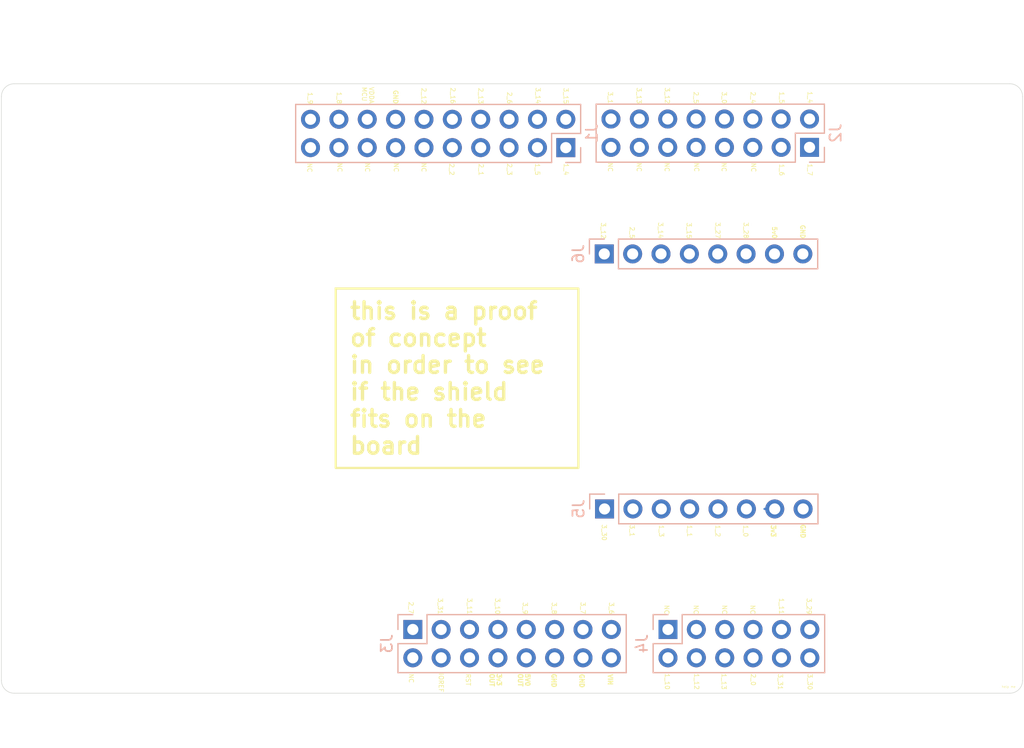
<source format=kicad_pcb>
(kicad_pcb (version 20240108) (generator "pcbnew") (generator_version "8.0")
  (layers (0 "F.Cu" signal "Top Layer") (31 "B.Cu" signal "Bottom Layer") (34 "B.Paste" user "Bottom Paste") (35 "F.Paste" user "Top Paste") (36 "B.SilkS" user "Bottom Overlay") (37 "F.SilkS" user "Top Overlay") (38 "B.Mask" user "Bottom Solder") (39 "F.Mask" user "Top Solder") (44 "Edge.Cuts" user))
  (net 0 "")
  (net 76 "unconnected-(J7-Pin_3-Pad3)")
  (footprint "MountingHole:MOUNTINGHOLE_3.2MM_M3" (layer "F.Cu") (at 191.9351 129.6416)
    (property "Reference" "H4" (hide yes))
    (property "Value" "Mechanical_MountingHole" (hide yes))
    (pad "" np_thru_hole circle (at 0 0) (size 3.2 3.2) (drill 3.2) (layers "F&B.Cu" "*.Mask"))
  )
  (footprint "MountingHole:MOUNTINGHOLE_3.2MM_M3" (layer "F.Cu") (at 104.9401 79.8576)
    (property "Reference" "H1" (hide yes))
    (property "Value" "Mechanical_MountingHole" (hide yes))
    (pad "" np_thru_hole circle (at 0 0) (size 3.2 3.2) (drill 3.2) (layers "F&B.Cu" "*.Mask"))
  )
  (footprint "MountingHole:MOUNTINGHOLE_3.2MM_M3" (layer "F.Cu") (at 191.9351 79.8576)
    (property "Reference" "H2" (hide yes))
    (property "Value" "Mechanical_MountingHole" (hide yes))
    (pad "" np_thru_hole circle (at 0 0) (size 3.2 3.2) (drill 3.2) (layers "F&B.Cu" "*.Mask"))
  )
  (footprint "MountingHole:MOUNTINGHOLE_3.2MM_M3" (layer "F.Cu") (at 104.9401 129.6416)
    (property "Reference" "H3" (hide yes))
    (property "Value" "Mechanical_MountingHole" (hide yes))
    (pad "" np_thru_hole circle (at 0 0) (size 3.2 3.2) (drill 3.2) (layers "F&B.Cu" "*.Mask"))
  )
  (footprint "Connector_PinHeader_2.54mm:PinHeader_2x06_P2.54mm_Vertical" (layer "B.Cu") (at 162.4691 126.5966 -90)
    (property "Reference" "J4" (at 1.27 2.33 90) (layer "B.SilkS") (effects (justify mirror)))
    (property "Value" "Conn_02x06_Top_Bottom")
    (fp_line (start -1.33 1.33) (end -1.33 0) (stroke (width 0.12)) (layer "B.SilkS"))
    (fp_line (start 0 1.33) (end -1.33 1.33) (stroke (width 0.12)) (layer "B.SilkS"))
    (fp_line (start 1.27 1.33) (end 1.27 -1.27) (stroke (width 0.12)) (layer "B.SilkS"))
    (fp_line (start 3.87 1.33) (end 1.27 1.33) (stroke (width 0.12)) (layer "B.SilkS"))
    (fp_line (start 1.27 -1.27) (end -1.33 -1.27) (stroke (width 0.12)) (layer "B.SilkS"))
    (fp_line (start -1.33 -14.03) (end -1.33 -1.27) (stroke (width 0.12)) (layer "B.SilkS"))
    (fp_line (start 3.87 -14.03) (end 3.87 1.33) (stroke (width 0.12)) (layer "B.SilkS"))
    (fp_line (start 3.87 -14.03) (end -1.33 -14.03) (stroke (width 0.12)) (layer "B.SilkS"))
    (pad "1" thru_hole rect (at 0 0 270) (size 1.7 1.7) (drill 1) (layers "*.Cu" "*.Mask"))
    (pad "2" thru_hole oval (at 2.54 0 270) (size 1.7 1.7) (drill 1) (layers "*.Cu" "*.Mask"))
    (pad "3" thru_hole oval (at 0 -2.54 270) (size 1.7 1.7) (drill 1) (layers "*.Cu" "*.Mask"))
    (pad "4" thru_hole oval (at 2.54 -2.54 270) (size 1.7 1.7) (drill 1) (layers "*.Cu" "*.Mask"))
    (pad "5" thru_hole oval (at 0 -5.08 270) (size 1.7 1.7) (drill 1) (layers "*.Cu" "*.Mask"))
    (pad "6" thru_hole oval (at 2.54 -5.08 270) (size 1.7 1.7) (drill 1) (layers "*.Cu" "*.Mask"))
    (pad "7" thru_hole oval (at 0 -7.62 270) (size 1.7 1.7) (drill 1) (layers "*.Cu" "*.Mask"))
    (pad "8" thru_hole oval (at 2.54 -7.62 270) (size 1.7 1.7) (drill 1) (layers "*.Cu" "*.Mask"))
    (pad "9" thru_hole oval (at 0 -10.16 270) (size 1.7 1.7) (drill 1) (layers "*.Cu" "*.Mask"))
    (pad "10" thru_hole oval (at 2.54 -10.16 270) (size 1.7 1.7) (drill 1) (layers "*.Cu" "*.Mask"))
    (pad "11" thru_hole oval (at 0 -12.7 270) (size 1.7 1.7) (drill 1) (layers "*.Cu" "*.Mask"))
    (pad "12" thru_hole oval (at 2.54 -12.7 270) (size 1.7 1.7) (drill 1) (layers "*.Cu" "*.Mask"))
  )
  (footprint "Connector_PinHeader_2.54mm:PinHeader_1x08_P2.54mm_Vertical" (layer "B.Cu") (at 156.7891 115.7966 -90)
    (property "Reference" "J5" (at 0 2.33 90) (layer "B.SilkS") (effects (justify mirror)))
    (property "Value" "Conn_01x08")
    (fp_line (start -1.33 1.33) (end -1.33 0) (stroke (width 0.12)) (layer "B.SilkS"))
    (fp_line (start 0 1.33) (end -1.33 1.33) (stroke (width 0.12)) (layer "B.SilkS"))
    (fp_line (start 1.33 -1.27) (end -1.33 -1.27) (stroke (width 0.12)) (layer "B.SilkS"))
    (fp_line (start -1.33 -19.11) (end -1.33 -1.27) (stroke (width 0.12)) (layer "B.SilkS"))
    (fp_line (start 1.33 -19.11) (end 1.33 -1.27) (stroke (width 0.12)) (layer "B.SilkS"))
    (fp_line (start 1.33 -19.11) (end -1.33 -19.11) (stroke (width 0.12)) (layer "B.SilkS"))
    (pad "1" thru_hole rect (at 0 0 270) (size 1.7 1.7) (drill 1) (layers "*.Cu" "*.Mask"))
    (pad "2" thru_hole oval (at 0 -2.54 270) (size 1.7 1.7) (drill 1) (layers "*.Cu" "*.Mask"))
    (pad "3" thru_hole oval (at 0 -5.08 270) (size 1.7 1.7) (drill 1) (layers "*.Cu" "*.Mask"))
    (pad "4" thru_hole oval (at 0 -7.62 270) (size 1.7 1.7) (drill 1) (layers "*.Cu" "*.Mask"))
    (pad "5" thru_hole oval (at 0 -10.16 270) (size 1.7 1.7) (drill 1) (layers "*.Cu" "*.Mask"))
    (pad "6" thru_hole oval (at 0 -12.7 270) (size 1.7 1.7) (drill 1) (layers "*.Cu" "*.Mask"))
    (pad "7" thru_hole oval (at 0 -15.24 270) (size 1.7 1.7) (drill 1) (layers "*.Cu" "*.Mask") (net 76 "unconnected-(J7-Pin_3-Pad3)"))
    (pad "8" thru_hole oval (at 0 -17.78 270) (size 1.7 1.7) (drill 1) (layers "*.Cu" "*.Mask"))
  )
  (footprint "Connector_PinHeader_2.54mm:PinHeader_2x10_P2.54mm_Vertical" (layer "B.Cu") (at 153.3191 83.4216 90)
    (property "Reference" "J1" (at 1.27 2.33 90) (layer "B.SilkS") (effects (justify mirror)))
    (property "Value" "Conn_02x10_Counter_Clockwise")
    (fp_line (start 3.87 -24.19) (end -1.33 -24.19) (stroke (width 0.12)) (layer "B.SilkS"))
    (fp_line (start 3.87 -24.19) (end 3.87 1.33) (stroke (width 0.12)) (layer "B.SilkS"))
    (fp_line (start -1.33 -24.19) (end -1.33 -1.27) (stroke (width 0.12)) (layer "B.SilkS"))
    (fp_line (start 1.27 -1.27) (end -1.33 -1.27) (stroke (width 0.12)) (layer "B.SilkS"))
    (fp_line (start 3.87 1.33) (end 1.27 1.33) (stroke (width 0.12)) (layer "B.SilkS"))
    (fp_line (start 1.27 1.33) (end 1.27 -1.27) (stroke (width 0.12)) (layer "B.SilkS"))
    (fp_line (start 0 1.33) (end -1.33 1.33) (stroke (width 0.12)) (layer "B.SilkS"))
    (fp_line (start -1.33 1.33) (end -1.33 0) (stroke (width 0.12)) (layer "B.SilkS"))
    (pad "1" thru_hole rect (at 0 0 90) (size 1.7 1.7) (drill 1) (layers "*.Cu" "*.Mask"))
    (pad "2" thru_hole oval (at 2.54 0 90) (size 1.7 1.7) (drill 1) (layers "*.Cu" "*.Mask"))
    (pad "3" thru_hole oval (at 0 -2.54 90) (size 1.7 1.7) (drill 1) (layers "*.Cu" "*.Mask"))
    (pad "4" thru_hole oval (at 2.54 -2.54 90) (size 1.7 1.7) (drill 1) (layers "*.Cu" "*.Mask"))
    (pad "5" thru_hole oval (at 0 -5.08 90) (size 1.7 1.7) (drill 1) (layers "*.Cu" "*.Mask"))
    (pad "6" thru_hole oval (at 2.54 -5.08 90) (size 1.7 1.7) (drill 1) (layers "*.Cu" "*.Mask"))
    (pad "7" thru_hole oval (at 0 -7.62 90) (size 1.7 1.7) (drill 1) (layers "*.Cu" "*.Mask"))
    (pad "8" thru_hole oval (at 2.54 -7.62 90) (size 1.7 1.7) (drill 1) (layers "*.Cu" "*.Mask"))
    (pad "9" thru_hole oval (at 0 -10.16 90) (size 1.7 1.7) (drill 1) (layers "*.Cu" "*.Mask"))
    (pad "10" thru_hole oval (at 2.54 -10.16 90) (size 1.7 1.7) (drill 1) (layers "*.Cu" "*.Mask"))
    (pad "11" thru_hole oval (at 0 -12.7 90) (size 1.7 1.7) (drill 1) (layers "*.Cu" "*.Mask"))
    (pad "12" thru_hole oval (at 2.54 -12.7 90) (size 1.7 1.7) (drill 1) (layers "*.Cu" "*.Mask"))
    (pad "13" thru_hole oval (at 0 -15.24 90) (size 1.7 1.7) (drill 1) (layers "*.Cu" "*.Mask"))
    (pad "14" thru_hole oval (at 2.54 -15.24 90) (size 1.7 1.7) (drill 1) (layers "*.Cu" "*.Mask"))
    (pad "15" thru_hole oval (at 0 -17.78 90) (size 1.7 1.7) (drill 1) (layers "*.Cu" "*.Mask"))
    (pad "16" thru_hole oval (at 2.54 -17.78 90) (size 1.7 1.7) (drill 1) (layers "*.Cu" "*.Mask"))
    (pad "17" thru_hole oval (at 0 -20.32 90) (size 1.7 1.7) (drill 1) (layers "*.Cu" "*.Mask"))
    (pad "18" thru_hole oval (at 2.54 -20.32 90) (size 1.7 1.7) (drill 1) (layers "*.Cu" "*.Mask"))
    (pad "19" thru_hole oval (at 0 -22.86 90) (size 1.7 1.7) (drill 1) (layers "*.Cu" "*.Mask"))
    (pad "20" thru_hole oval (at 2.54 -22.86 90) (size 1.7 1.7) (drill 1) (layers "*.Cu" "*.Mask"))
  )
  (footprint "Connector_PinHeader_2.54mm:PinHeader_2x08_P2.54mm_Vertical" (layer "B.Cu") (at 139.6191 126.5966 -90)
    (property "Reference" "J3" (at 1.27 2.33 90) (layer "B.SilkS") (effects (justify mirror)))
    (property "Value" "Conn_02x08_Top_Bottom")
    (fp_line (start -1.33 1.33) (end -1.33 0) (stroke (width 0.12)) (layer "B.SilkS"))
    (fp_line (start 0 1.33) (end -1.33 1.33) (stroke (width 0.12)) (layer "B.SilkS"))
    (fp_line (start 1.27 1.33) (end 1.27 -1.27) (stroke (width 0.12)) (layer "B.SilkS"))
    (fp_line (start 3.87 1.33) (end 1.27 1.33) (stroke (width 0.12)) (layer "B.SilkS"))
    (fp_line (start 1.27 -1.27) (end -1.33 -1.27) (stroke (width 0.12)) (layer "B.SilkS"))
    (fp_line (start -1.33 -19.11) (end -1.33 -1.27) (stroke (width 0.12)) (layer "B.SilkS"))
    (fp_line (start 3.87 -19.11) (end 3.87 1.33) (stroke (width 0.12)) (layer "B.SilkS"))
    (fp_line (start 3.87 -19.11) (end -1.33 -19.11) (stroke (width 0.12)) (layer "B.SilkS"))
    (pad "1" thru_hole rect (at 0 0 270) (size 1.7 1.7) (drill 1) (layers "*.Cu" "*.Mask"))
    (pad "2" thru_hole oval (at 2.54 0 270) (size 1.7 1.7) (drill 1) (layers "*.Cu" "*.Mask"))
    (pad "3" thru_hole oval (at 0 -2.54 270) (size 1.7 1.7) (drill 1) (layers "*.Cu" "*.Mask"))
    (pad "4" thru_hole oval (at 2.54 -2.54 270) (size 1.7 1.7) (drill 1) (layers "*.Cu" "*.Mask"))
    (pad "5" thru_hole oval (at 0 -5.08 270) (size 1.7 1.7) (drill 1) (layers "*.Cu" "*.Mask"))
    (pad "6" thru_hole oval (at 2.54 -5.08 270) (size 1.7 1.7) (drill 1) (layers "*.Cu" "*.Mask"))
    (pad "7" thru_hole oval (at 0 -7.62 270) (size 1.7 1.7) (drill 1) (layers "*.Cu" "*.Mask"))
    (pad "8" thru_hole oval (at 2.54 -7.62 270) (size 1.7 1.7) (drill 1) (layers "*.Cu" "*.Mask"))
    (pad "9" thru_hole oval (at 0 -10.16 270) (size 1.7 1.7) (drill 1) (layers "*.Cu" "*.Mask"))
    (pad "10" thru_hole oval (at 2.54 -10.16 270) (size 1.7 1.7) (drill 1) (layers "*.Cu" "*.Mask"))
    (pad "11" thru_hole oval (at 0 -12.7 270) (size 1.7 1.7) (drill 1) (layers "*.Cu" "*.Mask"))
    (pad "12" thru_hole oval (at 2.54 -12.7 270) (size 1.7 1.7) (drill 1) (layers "*.Cu" "*.Mask"))
    (pad "13" thru_hole oval (at 0 -15.24 270) (size 1.7 1.7) (drill 1) (layers "*.Cu" "*.Mask"))
    (pad "14" thru_hole oval (at 2.54 -15.24 270) (size 1.7 1.7) (drill 1) (layers "*.Cu" "*.Mask"))
    (pad "15" thru_hole oval (at 0 -17.78 270) (size 1.7 1.7) (drill 1) (layers "*.Cu" "*.Mask"))
    (pad "16" thru_hole oval (at 2.54 -17.78 270) (size 1.7 1.7) (drill 1) (layers "*.Cu" "*.Mask"))
  )
  (footprint "Connector_PinHeader_2.54mm:PinHeader_2x08_P2.54mm_Vertical" (layer "B.Cu") (at 175.1441 83.3966 90)
    (property "Reference" "J2" (at 1.27 2.33 90) (layer "B.SilkS") (effects (justify mirror)))
    (property "Value" "Conn_02x08_Top_Bottom")
    (fp_line (start 3.87 -19.11) (end -1.33 -19.11) (stroke (width 0.12)) (layer "B.SilkS"))
    (fp_line (start 3.87 -19.11) (end 3.87 1.33) (stroke (width 0.12)) (layer "B.SilkS"))
    (fp_line (start -1.33 -19.11) (end -1.33 -1.27) (stroke (width 0.12)) (layer "B.SilkS"))
    (fp_line (start 1.27 -1.27) (end -1.33 -1.27) (stroke (width 0.12)) (layer "B.SilkS"))
    (fp_line (start 3.87 1.33) (end 1.27 1.33) (stroke (width 0.12)) (layer "B.SilkS"))
    (fp_line (start 1.27 1.33) (end 1.27 -1.27) (stroke (width 0.12)) (layer "B.SilkS"))
    (fp_line (start 0 1.33) (end -1.33 1.33) (stroke (width 0.12)) (layer "B.SilkS"))
    (fp_line (start -1.33 1.33) (end -1.33 0) (stroke (width 0.12)) (layer "B.SilkS"))
    (pad "1" thru_hole rect (at 0 0 90) (size 1.7 1.7) (drill 1) (layers "*.Cu" "*.Mask"))
    (pad "2" thru_hole oval (at 2.54 0 90) (size 1.7 1.7) (drill 1) (layers "*.Cu" "*.Mask"))
    (pad "3" thru_hole oval (at 0 -2.54 90) (size 1.7 1.7) (drill 1) (layers "*.Cu" "*.Mask"))
    (pad "4" thru_hole oval (at 2.54 -2.54 90) (size 1.7 1.7) (drill 1) (layers "*.Cu" "*.Mask"))
    (pad "5" thru_hole oval (at 0 -5.08 90) (size 1.7 1.7) (drill 1) (layers "*.Cu" "*.Mask"))
    (pad "6" thru_hole oval (at 2.54 -5.08 90) (size 1.7 1.7) (drill 1) (layers "*.Cu" "*.Mask"))
    (pad "7" thru_hole oval (at 0 -7.62 90) (size 1.7 1.7) (drill 1) (layers "*.Cu" "*.Mask"))
    (pad "8" thru_hole oval (at 2.54 -7.62 90) (size 1.7 1.7) (drill 1) (layers "*.Cu" "*.Mask"))
    (pad "9" thru_hole oval (at 0 -10.16 90) (size 1.7 1.7) (drill 1) (layers "*.Cu" "*.Mask"))
    (pad "10" thru_hole oval (at 2.54 -10.16 90) (size 1.7 1.7) (drill 1) (layers "*.Cu" "*.Mask"))
    (pad "11" thru_hole oval (at 0 -12.7 90) (size 1.7 1.7) (drill 1) (layers "*.Cu" "*.Mask"))
    (pad "12" thru_hole oval (at 2.54 -12.7 90) (size 1.7 1.7) (drill 1) (layers "*.Cu" "*.Mask"))
    (pad "13" thru_hole oval (at 0 -15.24 90) (size 1.7 1.7) (drill 1) (layers "*.Cu" "*.Mask"))
    (pad "14" thru_hole oval (at 2.54 -15.24 90) (size 1.7 1.7) (drill 1) (layers "*.Cu" "*.Mask"))
    (pad "15" thru_hole oval (at 0 -17.78 90) (size 1.7 1.7) (drill 1) (layers "*.Cu" "*.Mask"))
    (pad "16" thru_hole oval (at 2.54 -17.78 90) (size 1.7 1.7) (drill 1) (layers "*.Cu" "*.Mask"))
  )
  (footprint "Connector_PinHeader_2.54mm:PinHeader_1x08_P2.54mm_Vertical" (layer "B.Cu") (at 156.7641 92.9466 -90)
    (property "Reference" "J6" (at 0 2.33 90) (layer "B.SilkS") (effects (justify mirror)))
    (property "Value" "Conn_01x08")
    (fp_line (start -1.33 1.33) (end -1.33 0) (stroke (width 0.12)) (layer "B.SilkS"))
    (fp_line (start 0 1.33) (end -1.33 1.33) (stroke (width 0.12)) (layer "B.SilkS"))
    (fp_line (start 1.33 -1.27) (end -1.33 -1.27) (stroke (width 0.12)) (layer "B.SilkS"))
    (fp_line (start -1.33 -19.11) (end -1.33 -1.27) (stroke (width 0.12)) (layer "B.SilkS"))
    (fp_line (start 1.33 -19.11) (end 1.33 -1.27) (stroke (width 0.12)) (layer "B.SilkS"))
    (fp_line (start 1.33 -19.11) (end -1.33 -19.11) (stroke (width 0.12)) (layer "B.SilkS"))
    (pad "1" thru_hole rect (at 0 0 270) (size 1.7 1.7) (drill 1) (layers "*.Cu" "*.Mask"))
    (pad "2" thru_hole oval (at 0 -2.54 270) (size 1.7 1.7) (drill 1) (layers "*.Cu" "*.Mask"))
    (pad "3" thru_hole oval (at 0 -5.08 270) (size 1.7 1.7) (drill 1) (layers "*.Cu" "*.Mask"))
    (pad "4" thru_hole oval (at 0 -7.62 270) (size 1.7 1.7) (drill 1) (layers "*.Cu" "*.Mask"))
    (pad "5" thru_hole oval (at 0 -10.16 270) (size 1.7 1.7) (drill 1) (layers "*.Cu" "*.Mask"))
    (pad "6" thru_hole oval (at 0 -12.7 270) (size 1.7 1.7) (drill 1) (layers "*.Cu" "*.Mask"))
    (pad "7" thru_hole oval (at 0 -15.24 270) (size 1.7 1.7) (drill 1) (layers "*.Cu" "*.Mask"))
    (pad "8" thru_hole oval (at 0 -17.78 270) (size 1.7 1.7) (drill 1) (layers "*.Cu" "*.Mask"))
  )
  (gr_line (start 193.0781 132.3086) (end 103.9241 132.3086) (stroke (width 0.05)) (layer "Edge.Cuts"))
  (gr_arc (start 102.7811 78.8416) (mid 103.115877 78.033377) (end 103.9241 77.6986) (stroke (width 0.05)) (layer "Edge.Cuts"))
  (gr_arc (start 103.9241 132.3086) (mid 103.115877 131.973823) (end 102.7811 131.1656) (stroke (width 0.05)) (layer "Edge.Cuts"))
  (gr_line (start 103.9241 77.6986) (end 193.0781 77.6986) (stroke (width 0.05)) (layer "Edge.Cuts"))
  (gr_arc (start 193.0781 77.6986) (mid 193.886323 78.033377) (end 194.2211 78.8416) (stroke (width 0.05)) (layer "Edge.Cuts"))
  (gr_arc (start 194.2211 131.1656) (mid 193.886323 131.973823) (end 193.0781 132.3086) (stroke (width 0.05)) (layer "Edge.Cuts"))
  (gr_line (start 194.2211 78.8416) (end 194.2211 131.1656) (stroke (width 0.05)) (layer "Edge.Cuts"))
  (gr_line (start 102.7811 131.1656) (end 102.7811 78.8416) (stroke (width 0.05)) (layer "Edge.Cuts"))
  (gr_text "NC" (at 167.2441 84.7216 270) (layer "F.SilkS") (effects (font (size 0.4 0.4) (thickness 0.0625)) (justify left bottom)))
  (gr_text "1_5" (at 172.4191 78.3716 270) (layer "F.SilkS") (effects (font (size 0.4 0.4) (thickness 0.0625)) (justify left bottom)))
  (gr_text "1_8" (at 132.7941 78.3966 270) (layer "F.SilkS") (effects (font (size 0.4 0.4) (thickness 0.0625)) (justify left bottom)))
  (gr_text "3_1" (at 159.0191 117.1716 270) (layer "F.SilkS") (effects (font (size 0.4 0.4) (thickness 0.0625)) (justify left bottom)))
  (gr_text "GND" (at 137.8441 78.2216 270) (layer "F.SilkS") (effects (font (size 0.4 0.4) (thickness 0.08) (bold yes)) (justify left bottom)))
  (gr_text "1_1\n" (at 164.1691 117.1966 270) (layer "F.SilkS") (effects (font (size 0.4 0.4) (thickness 0.0625)) (justify left bottom)))
  (gr_text "3_0" (at 167.2691 78.3716 270) (layer "F.SilkS") (effects (font (size 0.4 0.4) (thickness 0.0625)) (justify left bottom)))
  (gr_text "3_8" (at 152.0441 124.1216 270) (layer "F.SilkS") (effects (font (size 0.4 0.4) (thickness 0.0625)) (justify left bottom)))
  (gr_text "2_5" (at 159.0191 90.4716 270) (layer "F.SilkS") (effects (font (size 0.4 0.4) (thickness 0.0625)) (justify left bottom)))
  (gr_text "NC" (at 157.0691 84.7216 270) (layer "F.SilkS") (effects (font (size 0.4 0.4) (thickness 0.0625)) (justify left bottom)))
  (gr_text "1_4" (at 153.1191 84.7966 270) (layer "F.SilkS") (effects (font (size 0.4 0.4) (thickness 0.0625)) (justify left bottom)))
  (gr_text "2_2" (at 142.8691 84.7966 270) (layer "F.SilkS") (effects (font (size 0.4 0.4) (thickness 0.0625)) (justify left bottom)))
  (gr_text "2_12" (at 140.3691 78.0216 270) (layer "F.SilkS") (effects (font (size 0.4 0.4) (thickness 0.0625)) (justify left bottom)))
  (gr_text "5v0" (at 171.7691 90.4466 270) (layer "F.SilkS") (effects (font (size 0.4 0.4) (thickness 0.08) (bold yes)) (justify left bottom)))
  (gr_text "3_31" (at 172.2941 130.5216 270) (layer "F.SilkS") (effects (font (size 0.4 0.4) (thickness 0.0625)) (justify left bottom)))
  (gr_text "1_11" (at 172.3941 123.7466 270) (layer "F.SilkS") (effects (font (size 0.4 0.4) (thickness 0.0625)) (justify left bottom)))
  (gr_text "3_9" (at 149.4441 124.1216 270) (layer "F.SilkS") (effects (font (size 0.4 0.4) (thickness 0.0625)) (justify left bottom)))
  (gr_text "2_6" (at 148.0441 78.3966 270) (layer "F.SilkS") (effects (font (size 0.4 0.4) (thickness 0.0625)) (justify left bottom)))
  (gr_text "1_9" (at 130.1941 78.4216 270) (layer "F.SilkS") (effects (font (size 0.4 0.4) (thickness 0.0625)) (justify left bottom)))
  (gr_text "3_12" (at 162.1691 77.9966 270) (layer "F.SilkS") (effects (font (size 0.4 0.4) (thickness 0.0625)) (justify left bottom)))
  (gr_text "1_3\n" (at 161.6441 117.1966 270) (layer "F.SilkS") (effects (font (size 0.4 0.4) (thickness 0.0625)) (justify left bottom)))
  (gr_text "NC" (at 167.2941 124.3716 270) (layer "F.SilkS") (effects (font (size 0.4 0.4) (thickness 0.0625)) (justify left bottom)))
  (gr_text "2_7" (at 139.2191 124.0716 270) (layer "F.SilkS") (effects (font (size 0.4 0.4) (thickness 0.0625)) (justify left bottom)))
  (gr_text "NC" (at 162.1441 84.7216 270) (layer "F.SilkS") (effects (font (size 0.4 0.4) (thickness 0.0625)) (justify left bottom)))
  (gr_text "NC" (at 169.8941 84.7466 270) (layer "F.SilkS") (effects (font (size 0.4 0.4) (thickness 0.0625)) (justify left bottom)))
  (gr_text "1_4" (at 174.9441 78.3466 270) (layer "F.SilkS") (effects (font (size 0.4 0.4) (thickness 0.0625)) (justify left bottom)))
  (gr_text "2_3" (at 148.0441 84.7966 270) (layer "F.SilkS") (effects (font (size 0.4 0.4) (thickness 0.0625)) (justify left bottom)))
  (gr_text "1_2\n" (at 166.6941 117.1966 270) (layer "F.SilkS") (effects (font (size 0.4 0.4) (thickness 0.0625)) (justify left bottom)))
  (gr_text "3_11\n" (at 144.4691 123.7466 270) (layer "F.SilkS") (effects (font (size 0.4 0.4) (thickness 0.0625)) (justify left bottom)))
  (gr_text "GND" (at 152.0191 130.4966 270) (layer "F.SilkS") (effects (font (size 0.4 0.4) (thickness 0.1) (bold yes)) (justify left bottom)))
  (gr_text "3_7" (at 154.6191 124.0966 270) (layer "F.SilkS") (effects (font (size 0.4 0.4) (thickness 0.0625)) (justify left bottom)))
  (gr_text "NC" (at 132.8441 84.7466 270) (layer "F.SilkS") (effects (font (size 0.4 0.4) (thickness 0.0625)) (justify left bottom)))
  (gr_text "NC" (at 137.8941 84.7466 270) (layer "F.SilkS") (effects (font (size 0.4 0.4) (thickness 0.0625)) (justify left bottom)))
  (gr_text "3_28" (at 169.2191 90.0716 270) (layer "F.SilkS") (effects (font (size 0.4 0.4) (thickness 0.0625)) (justify left bottom)))
  (gr_text "3_12" (at 156.4441 90.0966 270) (layer "F.SilkS") (effects (font (size 0.4 0.4) (thickness 0.0625)) (justify left bottom)))
  (gr_text "3_30" (at 174.9441 130.5216 270) (layer "F.SilkS") (effects (font (size 0.4 0.4) (thickness 0.0625)) (justify left bottom)))
  (gr_text "3_30" (at 156.5191 117.1466 270) (layer "F.SilkS") (effects (font (size 0.4 0.4) (thickness 0.0625)) (justify left bottom)))
  (gr_text "1_6" (at 172.4191 84.8466 270) (layer "F.SilkS") (effects (font (size 0.4 0.4) (thickness 0.0625)) (justify left bottom)))
  (gr_text "1_0\n" (at 169.1941 117.1966 270) (layer "F.SilkS") (effects (font (size 0.4 0.4) (thickness 0.0625)) (justify left bottom)))
  (gr_text "NC" (at 159.6441 84.7216 270) (layer "F.SilkS") (effects (font (size 0.4 0.4) (thickness 0.0625)) (justify left bottom)))
  (gr_text "3_10" (at 146.9691 123.7466 270) (layer "F.SilkS") (effects (font (size 0.4 0.4) (thickness 0.0625)) (justify left bottom)))
  (gr_text "3v3" (at 171.6691 117.1716 270) (layer "F.SilkS") (effects (font (size 0.4 0.4) (thickness 0.1) (bold yes)) (justify left bottom)))
  (gr_text "2_0" (at 169.8691 130.5216 270) (layer "F.SilkS") (effects (font (size 0.4 0.4) (thickness 0.0625)) (justify left bottom)))
  (gr_text "1_5" (at 150.5441 84.7966 270) (layer "F.SilkS") (effects (font (size 0.4 0.4) (thickness 0.0625)) (justify left bottom)))
  (gr_text "NC" (at 162.1191 124.3716 270) (layer "F.SilkS") (effects (font (size 0.4 0.4) (thickness 0.0625)) (justify left bottom)))
  (gr_text "1_13" (at 167.2441 130.4966 270) (layer "F.SilkS") (effects (font (size 0.4 0.4) (thickness 0.0625)) (justify left bottom)))
  (gr_text "3_29" (at 174.8691 123.7466 270) (layer "F.SilkS") (effects (font (size 0.4 0.4) (thickness 0.0625)) (justify left bottom)))
  (gr_text "NC" (at 164.7441 124.3716 270) (layer "F.SilkS") (effects (font (size 0.4 0.4) (thickness 0.0625)) (justify left bottom)))
  (gr_text "NC" (at 135.3191 84.7466 270) (layer "F.SilkS") (effects (font (size 0.4 0.4) (thickness 0.0625)) (justify left bottom)))
  (gr_text "NC" (at 164.7941 84.7216 270) (layer "F.SilkS") (effects (font (size 0.4 0.4) (thickness 0.0625)) (justify left bottom)))
  (gr_text "2_1" (at 145.4941 84.8216 270) (layer "F.SilkS") (effects (font (size 0.4 0.4) (thickness 0.0625)) (justify left bottom)))
  (gr_text "GND" (at 154.5191 130.5216 270) (layer "F.SilkS") (effects (font (size 0.4 0.4) (thickness 0.1) (bold yes)) (justify left bottom)))
  (gr_text "3_15" (at 164.1191 90.0966 270) (layer "F.SilkS") (effects (font (size 0.4 0.4) (thickness 0.0625)) (justify left bottom)))
  (gr_text "IOREF" (at 141.9191 130.4716 270) (layer "F.SilkS") (effects (font (size 0.4 0.4) (thickness 0.0625)) (justify left bottom)))
  (gr_text "3_6" (at 157.1691 124.1216 270) (layer "F.SilkS") (effects (font (size 0.4 0.4) (thickness 0.0625)) (justify left bottom)))
  (gr_text "1_10" (at 162.1691 130.4966 270) (layer "F.SilkS") (effects (font (size 0.4 0.4) (thickness 0.0625)) (justify left bottom)))
  (gr_text "3_14" (at 161.5691 90.0716 270) (layer "F.SilkS") (effects (font (size 0.4 0.4) (thickness 0.0625)) (justify left bottom)))
  (gr_text "3_14" (at 150.5941 77.9966 270) (layer "F.SilkS") (effects (font (size 0.4 0.4) (thickness 0.0625)) (justify left bottom)))
  (gr_text "NC" (at 139.2441 130.5216 270) (layer "F.SilkS") (effects (font (size 0.4 0.4) (thickness 0.0625)) (justify left bottom)))
  (gr_text "help me" (at 192.3441 131.8466 0) (layer "F.SilkS") (effects (font (size 0.2 0.2) (thickness 0.025)) (justify left bottom)))
  (gr_text "2_16" (at 142.9691 77.9966 270) (layer "F.SilkS") (effects (font (size 0.4 0.4) (thickness 0.0625)) (justify left bottom)))
  (gr_text "1_7" (at 174.9441 84.8216 270) (layer "F.SilkS") (effects (font (size 0.4 0.4) (thickness 0.0625)) (justify left bottom)))
  (gr_text "2_13" (at 145.4691 78.0216 270) (layer "F.SilkS") (effects (font (size 0.4 0.4) (thickness 0.0625)) (justify left bottom)))
  (gr_text "3_27" (at 166.6941 90.0716 270) (layer "F.SilkS") (effects (font (size 0.4 0.4) (thickness 0.0625)) (justify left bottom)))
  (gr_text "GND" (at 174.3191 117.1216 270) (layer "F.SilkS") (effects (font (size 0.4 0.4) (thickness 0.1) (bold yes)) (justify left bottom)))
  (gr_text "3_31" (at 141.8441 123.7466 270) (layer "F.SilkS") (effects (font (size 0.4 0.4) (thickness 0.0625)) (justify left bottom)))
  (gr_text "2_5" (at 164.7441 78.3716 270) (layer "F.SilkS") (effects (font (size 0.4 0.4) (thickness 0.0625)) (justify left bottom)))
  (gr_text "3v3\nOUT" (at 146.4691 130.4966 270) (layer "F.SilkS") (effects (font (size 0.4 0.4) (thickness 0.1) (bold yes)) (justify left bottom)))
  (gr_text "NC" (at 169.8191 124.3716 270) (layer "F.SilkS") (effects (font (size 0.4 0.4) (thickness 0.0625)) (justify left bottom)))
  (gr_text "RST" (at 144.3441 130.5216 270) (layer "F.SilkS") (effects (font (size 0.4 0.4) (thickness 0.0625)) (justify left bottom)))
  (gr_text "2_4" (at 169.8441 78.3716 270) (layer "F.SilkS") (effects (font (size 0.4 0.4) (thickness 0.0625)) (justify left bottom)))
  (gr_text "5V0\nOUT" (at 149.0191 130.4966 270) (layer "F.SilkS") (effects (font (size 0.4 0.4) (thickness 0.1) (bold yes)) (justify left bottom)))
  (gr_text "NC" (at 130.1441 84.7716 270) (layer "F.SilkS") (effects (font (size 0.4 0.4) (thickness 0.0625)) (justify left bottom)))
  (gr_text "3_13" (at 159.6441 77.9966 270) (layer "F.SilkS") (effects (font (size 0.4 0.4) (thickness 0.0625)) (justify left bottom)))
  (gr_text "NC" (at 140.3691 84.7466 270) (layer "F.SilkS") (effects (font (size 0.4 0.4) (thickness 0.0625)) (justify left bottom)))
  (gr_text "VIN" (at 157.0691 130.5466 270) (layer "F.SilkS") (effects (font (size 0.4 0.4) (thickness 0.1) (bold yes)) (justify left bottom)))
  (gr_text "GND" (at 174.2941 90.2966 270) (layer "F.SilkS") (effects (font (size 0.4 0.4) (thickness 0.08) (bold yes)) (justify left bottom)))
  (gr_text "3_15" (at 153.0941 78.0216 270) (layer "F.SilkS") (effects (font (size 0.4 0.4) (thickness 0.0625)) (justify left bottom)))
  (gr_text "3_1" (at 157.0691 78.3716 270) (layer "F.SilkS") (effects (font (size 0.4 0.4) (thickness 0.0625)) (justify left bottom)))
  (gr_text "VDDA\nMCU" (at 135.0441 77.9466 270) (layer "F.SilkS") (effects (font (size 0.4 0.4) (thickness 0.0625)) (justify left bottom)))
  (gr_text "1_12" (at 164.7941 130.4966 270) (layer "F.SilkS") (effects (font (size 0.4 0.4) (thickness 0.0625)) (justify left bottom)))
  (gr_text_box "this is a proof of concept\nin order to see if the shield\nfits on the board\n" (start 132.7191 96.0466) (end 154.4441 112.1216) (layer "F.SilkS") (effects (font (size 1.5 1.5) (thickness 0.3) (bold yes)) (justify left top)) (border yes) (stroke (width 0.2)))
  (segment (start 172.0291 115.7966) (end 171.115446 115.7966) (width 0.2) (layer "B.Cu") (net 76))
)
</source>
